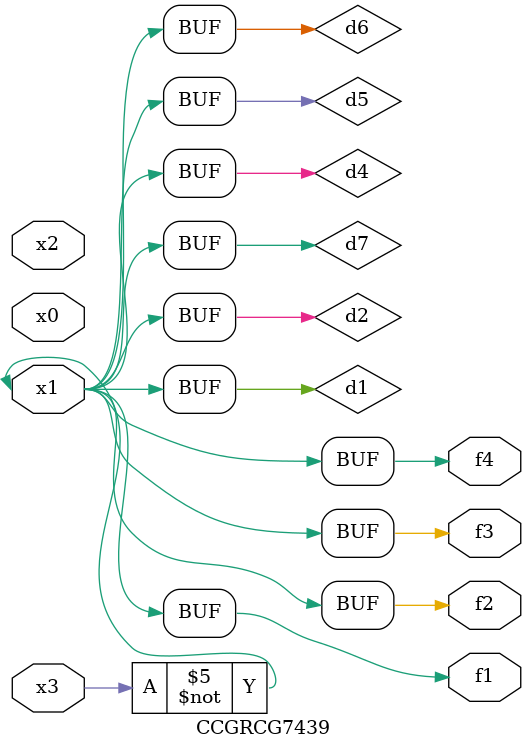
<source format=v>
module CCGRCG7439(
	input x0, x1, x2, x3,
	output f1, f2, f3, f4
);

	wire d1, d2, d3, d4, d5, d6, d7;

	not (d1, x3);
	buf (d2, x1);
	xnor (d3, d1, d2);
	nor (d4, d1);
	buf (d5, d1, d2);
	buf (d6, d4, d5);
	nand (d7, d4);
	assign f1 = d6;
	assign f2 = d7;
	assign f3 = d6;
	assign f4 = d6;
endmodule

</source>
